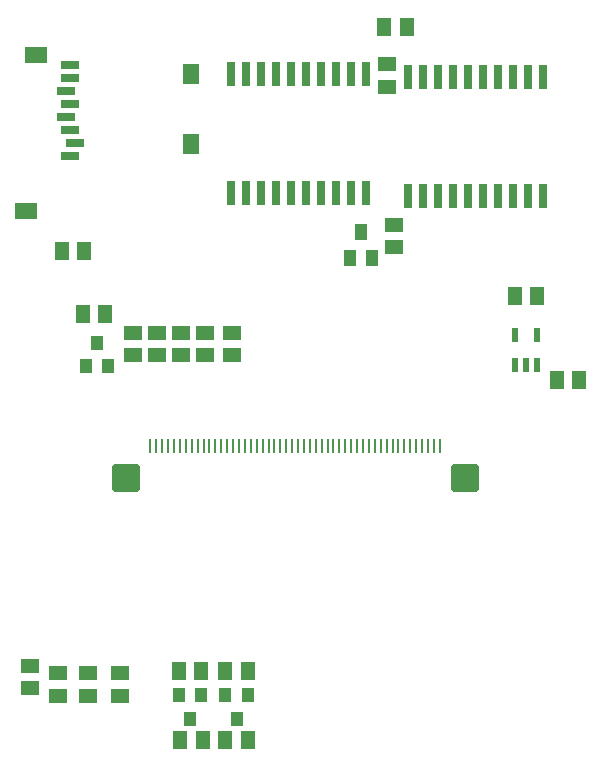
<source format=gbr>
G04 EAGLE Gerber RS-274X export*
G75*
%MOMM*%
%FSLAX34Y34*%
%LPD*%
%INSolderpaste Top*%
%IPPOS*%
%AMOC8*
5,1,8,0,0,1.08239X$1,22.5*%
G01*
%ADD10R,1.500000X1.300000*%
%ADD11R,0.660400X2.032000*%
%ADD12R,0.550000X1.200000*%
%ADD13R,1.300000X1.500000*%
%ADD14R,0.275000X1.200000*%
%ADD15C,0.600000*%
%ADD16R,1.900000X1.400000*%
%ADD17R,1.400000X1.800000*%
%ADD18R,1.500000X0.700000*%
%ADD19R,1.000000X1.400000*%
%ADD20R,1.000000X1.200000*%


D10*
X-137160Y17120D03*
X-137160Y-1880D03*
X-116840Y17120D03*
X-116840Y-1880D03*
X-96520Y17120D03*
X-96520Y-1880D03*
X-76200Y17120D03*
X-76200Y-1880D03*
D11*
X59690Y235712D03*
X46990Y235712D03*
X34290Y235712D03*
X21590Y235712D03*
X8890Y235712D03*
X-3810Y235712D03*
X-16510Y235712D03*
X-29210Y235712D03*
X-29210Y135128D03*
X-16510Y135128D03*
X-3810Y135128D03*
X8890Y135128D03*
X21590Y135128D03*
X34290Y135128D03*
X46990Y135128D03*
X59690Y135128D03*
X-41910Y235712D03*
X-54610Y235712D03*
X-41910Y135128D03*
X-54610Y135128D03*
X209550Y233172D03*
X196850Y233172D03*
X184150Y233172D03*
X171450Y233172D03*
X158750Y233172D03*
X146050Y233172D03*
X133350Y233172D03*
X120650Y233172D03*
X120650Y132588D03*
X133350Y132588D03*
X146050Y132588D03*
X158750Y132588D03*
X171450Y132588D03*
X184150Y132588D03*
X196850Y132588D03*
X209550Y132588D03*
X107950Y233172D03*
X95250Y233172D03*
X107950Y132588D03*
X95250Y132588D03*
D12*
X186080Y-10460D03*
X195580Y-10460D03*
X205080Y-10460D03*
X205080Y15540D03*
X186080Y15540D03*
D13*
X186080Y48260D03*
X205080Y48260D03*
D10*
X-53340Y17120D03*
X-53340Y-1880D03*
D13*
X-178460Y86360D03*
X-197460Y86360D03*
X221640Y-22860D03*
X240640Y-22860D03*
D14*
X-122500Y-78500D03*
X-117500Y-78500D03*
X-112500Y-78500D03*
X-107500Y-78500D03*
X-102500Y-78500D03*
X-97500Y-78500D03*
X-92500Y-78500D03*
X-87500Y-78500D03*
X-82500Y-78500D03*
X-77500Y-78500D03*
X-72500Y-78500D03*
X-67500Y-78500D03*
X-62500Y-78500D03*
X-57500Y-78500D03*
X-52500Y-78500D03*
X-47500Y-78500D03*
X-42500Y-78500D03*
X-37500Y-78500D03*
X-32500Y-78500D03*
X-27500Y-78500D03*
X-22500Y-78500D03*
X-17500Y-78500D03*
X-12500Y-78500D03*
X-7500Y-78500D03*
X-2500Y-78500D03*
X2500Y-78500D03*
X7500Y-78500D03*
X12500Y-78500D03*
X17500Y-78500D03*
X22500Y-78500D03*
X27500Y-78500D03*
X32500Y-78500D03*
X37500Y-78500D03*
X42500Y-78500D03*
X47500Y-78500D03*
X52500Y-78500D03*
X57500Y-78500D03*
X62500Y-78500D03*
X67500Y-78500D03*
X72500Y-78500D03*
X77500Y-78500D03*
X82500Y-78500D03*
X87500Y-78500D03*
X92500Y-78500D03*
X97500Y-78500D03*
X102500Y-78500D03*
X107500Y-78500D03*
X112500Y-78500D03*
X117500Y-78500D03*
X122500Y-78500D03*
D15*
X-134500Y-114500D02*
X-152500Y-114500D01*
X-152500Y-96500D01*
X-134500Y-96500D01*
X-134500Y-114500D01*
X-134500Y-108800D02*
X-152500Y-108800D01*
X-152500Y-103100D02*
X-134500Y-103100D01*
X-134500Y-97400D02*
X-152500Y-97400D01*
X134500Y-114500D02*
X152500Y-114500D01*
X134500Y-114500D02*
X134500Y-96500D01*
X152500Y-96500D01*
X152500Y-114500D01*
X152500Y-108800D02*
X134500Y-108800D01*
X134500Y-103100D02*
X152500Y-103100D01*
X152500Y-97400D02*
X134500Y-97400D01*
D16*
X-219220Y252540D03*
X-228220Y120540D03*
D17*
X-88220Y236540D03*
X-88220Y176540D03*
D18*
X-190220Y243540D03*
X-190220Y232540D03*
X-194220Y221540D03*
X-190220Y210540D03*
X-194220Y199540D03*
X-190220Y188540D03*
X-186220Y177540D03*
X-190220Y166540D03*
D19*
X55880Y102440D03*
X65380Y80440D03*
X46380Y80440D03*
D10*
X83820Y89560D03*
X83820Y108560D03*
D13*
X75590Y275590D03*
X94590Y275590D03*
D10*
X-224790Y-283820D03*
X-224790Y-264820D03*
X-200660Y-290170D03*
X-200660Y-271170D03*
X-148590Y-271170D03*
X-148590Y-290170D03*
X-175260Y-271170D03*
X-175260Y-290170D03*
X77470Y244450D03*
X77470Y225450D03*
D13*
X-97130Y-327660D03*
X-78130Y-327660D03*
X-40030Y-327660D03*
X-59030Y-327660D03*
X-40030Y-269240D03*
X-59030Y-269240D03*
X-98400Y-269240D03*
X-79400Y-269240D03*
D20*
X-88900Y-309720D03*
X-98400Y-289720D03*
X-79400Y-289720D03*
X-49530Y-309720D03*
X-59030Y-289720D03*
X-40030Y-289720D03*
X-167640Y8730D03*
X-158140Y-11270D03*
X-177140Y-11270D03*
D13*
X-160680Y33020D03*
X-179680Y33020D03*
M02*

</source>
